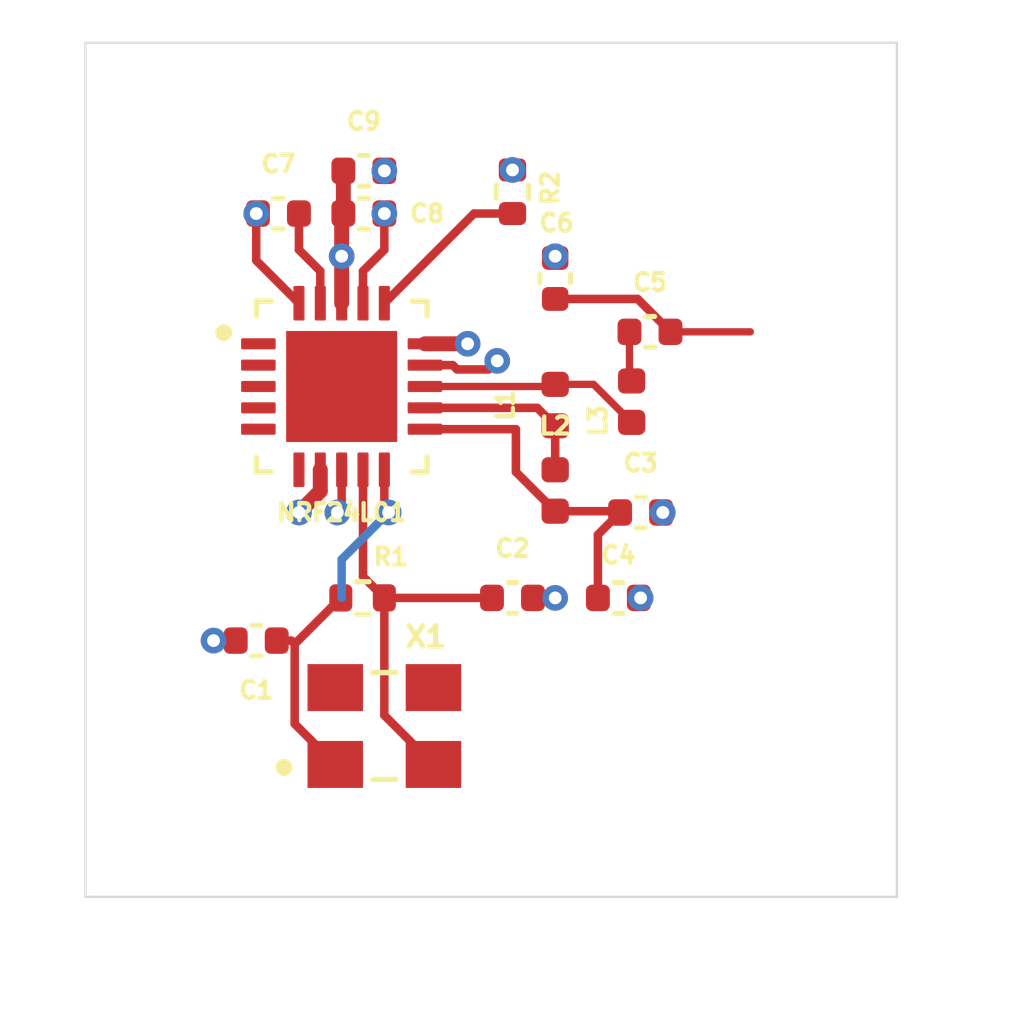
<source format=kicad_pcb>
(kicad_pcb (version 20240108) (generator "pcbnew") (generator_version "8.0")
  (layers (0 "F.Cu" signal) (1 "In1.Cu" power "Ground.Plane") (2 "In2.Cu" power "Power.Plane") (31 "B.Cu" signal) (34 "B.Paste" user) (35 "F.Paste" user) (36 "B.SilkS" user "B.Silkscreen") (37 "F.SilkS" user "F.Silkscreen") (38 "B.Mask" user) (39 "F.Mask" user) (44 "Edge.Cuts" user))
  (net 0 "")
  (net 1 "GND")
  (net 2 "Net-(C5-Pad2)")
  (net 3 "Net-(C5-Pad1)")
  (net 4 "+3.3V")
  (net 5 "Net-(NRF24L01-XC2)")
  (net 6 "Net-(NRF24L01-XC1)")
  (net 7 "Net-(NRF24L01-VDD-PA)")
  (net 8 "Net-(NRF24L01-DVDD)")
  (net 9 "Net-(NRF24L01-ANT1)")
  (net 10 "Net-(NRF24L01-ANT2)")
  (net 16 "Net-(NRF24L01-IREF)")
  (footprint "Resistor_SMD:R_0402_1005Metric" (layer "F.Cu") (at 135.49 118 180)
    (property "Reference" "R1" (at -0.66 0.96 0) (layer "F.SilkS") (effects (font (size 0.4 0.4) (thickness 0.1))))
    (property "Value" "1M")
    (fp_line (start -0.153641 0.38) (end 0.153641 0.38) (stroke (width 0.12)) (layer "F.SilkS"))
    (fp_line (start -0.153641 -0.38) (end 0.153641 -0.38) (stroke (width 0.12)) (layer "F.SilkS"))
    (pad "1" smd roundrect (at -0.51 0 180) (size 0.54 0.64) (layers "F.Cu" "F.Paste" "F.Mask") (net 6 "Net-(NRF24L01-XC1)"))
    (pad "2" smd roundrect (at 0.51 0 180) (size 0.54 0.64) (layers "F.Cu" "F.Paste" "F.Mask") (net 5 "Net-(NRF24L01-XC2)"))
  )
  (footprint "Resistor_SMD:R_0402_1005Metric" (layer "F.Cu") (at 139 108.49 -90)
    (property "Reference" "R2" (at -0.09 -0.88 90) (layer "F.SilkS") (effects (font (size 0.4 0.4) (thickness 0.1))))
    (property "Value" "22K")
    (fp_line (start -0.153641 0.38) (end 0.153641 0.38) (stroke (width 0.12)) (layer "F.SilkS"))
    (fp_line (start -0.153641 -0.38) (end 0.153641 -0.38) (stroke (width 0.12)) (layer "F.SilkS"))
    (pad "1" smd roundrect (at -0.51 0 270) (size 0.54 0.64) (layers "F.Cu" "F.Paste" "F.Mask") (net 1 "GND"))
    (pad "2" smd roundrect (at 0.51 0 270) (size 0.54 0.64) (layers "F.Cu" "F.Paste" "F.Mask") (net 16 "Net-(NRF24L01-IREF)"))
  )
  (footprint "Capacitor_SMD:C_0402_1005Metric" (layer "F.Cu") (at 142 116)
    (property "Reference" "C3" (at 0 -1.16 0) (layer "F.SilkS") (effects (font (size 0.4 0.4) (thickness 0.1))))
    (property "Value" "2.2nF")
    (fp_line (start -0.107836 -0.36) (end 0.107836 -0.36) (stroke (width 0.12)) (layer "F.SilkS"))
    (fp_line (start -0.107836 0.36) (end 0.107836 0.36) (stroke (width 0.12)) (layer "F.SilkS"))
    (pad "1" smd roundrect (at -0.48 0) (size 0.56 0.62) (layers "F.Cu" "F.Paste" "F.Mask") (net 7 "Net-(NRF24L01-VDD-PA)"))
    (pad "2" smd roundrect (at 0.48 0) (size 0.56 0.62) (layers "F.Cu" "F.Paste" "F.Mask") (net 1 "GND"))
  )
  (footprint "Capacitor_SMD:C_0402_1005Metric" (layer "F.Cu") (at 140 110.52 90)
    (property "Reference" "C6" (at 1.3 0.03 180) (layer "F.SilkS") (effects (font (size 0.4 0.4) (thickness 0.1))))
    (property "Value" "1.0pF")
    (fp_line (start -0.107836 -0.36) (end 0.107836 -0.36) (stroke (width 0.12)) (layer "F.SilkS"))
    (fp_line (start -0.107836 0.36) (end 0.107836 0.36) (stroke (width 0.12)) (layer "F.SilkS"))
    (pad "1" smd roundrect (at -0.48 0 90) (size 0.56 0.62) (layers "F.Cu" "F.Paste" "F.Mask") (net 2 "Net-(C5-Pad2)"))
    (pad "2" smd roundrect (at 0.48 0 90) (size 0.56 0.62) (layers "F.Cu" "F.Paste" "F.Mask") (net 1 "GND"))
  )
  (footprint "Capacitor_SMD:C_0402_1005Metric" (layer "F.Cu") (at 133.52 109)
    (property "Reference" "C7" (at 0 -1.16 0) (layer "F.SilkS") (effects (font (size 0.4 0.4) (thickness 0.1))))
    (property "Value" "33nF")
    (fp_line (start -0.107836 -0.36) (end 0.107836 -0.36) (stroke (width 0.12)) (layer "F.SilkS"))
    (fp_line (start -0.107836 0.36) (end 0.107836 0.36) (stroke (width 0.12)) (layer "F.SilkS"))
    (pad "1" smd roundrect (at -0.48 0) (size 0.56 0.62) (layers "F.Cu" "F.Paste" "F.Mask") (net 1 "GND"))
    (pad "2" smd roundrect (at 0.48 0) (size 0.56 0.62) (layers "F.Cu" "F.Paste" "F.Mask") (net 8 "Net-(NRF24L01-DVDD)"))
  )
  (footprint "Inductor_SMD:L_0402_1005Metric" (layer "F.Cu") (at 140 113.485 90)
    (property "Reference" "L1" (at 0 -1.17 90) (layer "F.SilkS") (effects (font (size 0.4 0.4) (thickness 0.1))))
    (property "Value" "8.2nH")
    (pad "1" smd roundrect (at -0.485 0 90) (size 0.59 0.64) (layers "F.Cu" "F.Paste" "F.Mask") (net 9 "Net-(NRF24L01-ANT1)"))
    (pad "2" smd roundrect (at 0.485 0 90) (size 0.59 0.64) (layers "F.Cu" "F.Paste" "F.Mask") (net 10 "Net-(NRF24L01-ANT2)"))
  )
  (footprint "Capacitor_SMD:C_0402_1005Metric" (layer "F.Cu") (at 139 118)
    (property "Reference" "C2" (at 0 -1.16 0) (layer "F.SilkS") (effects (font (size 0.4 0.4) (thickness 0.1))))
    (property "Value" "22pF")
    (fp_line (start -0.107836 -0.36) (end 0.107836 -0.36) (stroke (width 0.12)) (layer "F.SilkS"))
    (fp_line (start -0.107836 0.36) (end 0.107836 0.36) (stroke (width 0.12)) (layer "F.SilkS"))
    (pad "1" smd roundrect (at -0.48 0) (size 0.56 0.62) (layers "F.Cu" "F.Paste" "F.Mask") (net 6 "Net-(NRF24L01-XC1)"))
    (pad "2" smd roundrect (at 0.48 0) (size 0.56 0.62) (layers "F.Cu" "F.Paste" "F.Mask") (net 1 "GND"))
  )
  (footprint "nrf24l01_stuff:16 mhz 50 ppm crystal" (layer "F.Cu") (at 136 121)
    (property "Reference" "X1" (at 0.97 -2.09 0) (layer "F.SilkS") (effects (font (size 0.480987 0.480987))))
    (property "Value" "16 MHz")
    (fp_line (start -0.27 1.25) (end 0.27 1.25) (stroke (width 0.127)) (layer "F.SilkS"))
    (fp_line (start 0.27 -1.25) (end -0.27 -1.25) (stroke (width 0.127)) (layer "F.SilkS"))
    (fp_circle (center -2.35 0.97) (end -2.25 0.97) (stroke (width 0.2)) (fill none) (layer "F.SilkS"))
    (pad "1" smd rect (at -1.15 0.9) (size 1.3 1.1) (layers "F.Cu" "F.Paste" "F.Mask") (net 5 "Net-(NRF24L01-XC2)"))
    (pad "2" smd rect (at 1.15 0.9) (size 1.3 1.1) (layers "F.Cu" "F.Paste" "F.Mask") (net 6 "Net-(NRF24L01-XC1)"))
    (pad "3" smd rect (at 1.15 -0.9) (size 1.3 1.1) (layers "F.Cu" "F.Paste" "F.Mask"))
    (pad "4" smd rect (at -1.15 -0.9) (size 1.3 1.1) (layers "F.Cu" "F.Paste" "F.Mask"))
  )
  (footprint "nrf24l01_stuff:nrf24l01 chip" (layer "F.Cu") (at 135 113.05)
    (property "Reference" "NRF24L01" (at 0 2.95 0) (layer "F.SilkS") (effects (font (size 0.4 0.4) (thickness 0.1))))
    (property "Value" "~")
    (fp_line (start -2 -2) (end -2 -1.65) (stroke (width 0.127)) (layer "F.SilkS"))
    (fp_line (start -2 -2) (end -1.65 -2) (stroke (width 0.127)) (layer "F.SilkS"))
    (fp_line (start -2 2) (end -2 1.65) (stroke (width 0.127)) (layer "F.SilkS"))
    (fp_line (start -2 2) (end -1.65 2) (stroke (width 0.127)) (layer "F.SilkS"))
    (fp_line (start 2 -2) (end 1.65 -2) (stroke (width 0.127)) (layer "F.SilkS"))
    (fp_line (start 2 -2) (end 2 -1.65) (stroke (width 0.127)) (layer "F.SilkS"))
    (fp_line (start 2 2) (end 1.65 2) (stroke (width 0.127)) (layer "F.SilkS"))
    (fp_line (start 2 2) (end 2 1.65) (stroke (width 0.127)) (layer "F.SilkS"))
    (fp_circle (center -2.76 -1.26) (end -2.66 -1.26) (stroke (width 0.2)) (fill none) (layer "F.SilkS"))
    (pad "1" smd roundrect (at -1.95 -1) (size 0.81 0.26) (layers "F.Cu" "F.Paste" "F.Mask") (roundrect_rratio 0.125))
    (pad "2" smd roundrect (at -1.95 -0.5) (size 0.81 0.26) (layers "F.Cu" "F.Paste" "F.Mask") (roundrect_rratio 0.125))
    (pad "3" smd roundrect (at -1.95 0) (size 0.81 0.26) (layers "F.Cu" "F.Paste" "F.Mask") (roundrect_rratio 0.125))
    (pad "4" smd roundrect (at -1.95 0.5) (size 0.81 0.26) (layers "F.Cu" "F.Paste" "F.Mask") (roundrect_rratio 0.125))
    (pad "5" smd roundrect (at -1.95 1) (size 0.81 0.26) (layers "F.Cu" "F.Paste" "F.Mask") (roundrect_rratio 0.125))
    (pad "6" smd roundrect (at -1 1.95) (size 0.26 0.81) (layers "F.Cu" "F.Paste" "F.Mask") (roundrect_rratio 0.125))
    (pad "7" smd roundrect (at -0.5 1.95) (size 0.26 0.81) (layers "F.Cu" "F.Paste" "F.Mask") (roundrect_rratio 0.125) (net 4 "+3.3V"))
    (pad "8" smd roundrect (at 0 1.95) (size 0.26 0.81) (layers "F.Cu" "F.Paste" "F.Mask") (roundrect_rratio 0.125) (net 1 "GND"))
    (pad "9" smd roundrect (at 0.5 1.95) (size 0.26 0.81) (layers "F.Cu" "F.Paste" "F.Mask") (roundrect_rratio 0.125) (net 6 "Net-(NRF24L01-XC1)"))
    (pad "10" smd roundrect (at 1 1.95) (size 0.26 0.81) (layers "F.Cu" "F.Paste" "F.Mask") (roundrect_rratio 0.125) (net 5 "Net-(NRF24L01-XC2)"))
    (pad "11" smd roundrect (at 1.95 1) (size 0.81 0.26) (layers "F.Cu" "F.Paste" "F.Mask") (roundrect_rratio 0.125) (net 7 "Net-(NRF24L01-VDD-PA)"))
    (pad "12" smd roundrect (at 1.95 0.5) (size 0.81 0.26) (layers "F.Cu" "F.Paste" "F.Mask") (roundrect_rratio 0.125) (net 9 "Net-(NRF24L01-ANT1)"))
    (pad "13" smd roundrect (at 1.95 0) (size 0.81 0.26) (layers "F.Cu" "F.Paste" "F.Mask") (roundrect_rratio 0.125) (net 10 "Net-(NRF24L01-ANT2)"))
    (pad "14" smd roundrect (at 1.95 -0.5) (size 0.81 0.26) (layers "F.Cu" "F.Paste" "F.Mask") (roundrect_rratio 0.125) (net 1 "GND"))
    (pad "15" smd roundrect (at 1.95 -1) (size 0.81 0.26) (layers "F.Cu" "F.Paste" "F.Mask") (roundrect_rratio 0.125) (net 4 "+3.3V"))
    (pad "16" smd roundrect (at 1 -1.95) (size 0.26 0.81) (layers "F.Cu" "F.Paste" "F.Mask") (roundrect_rratio 0.125) (net 16 "Net-(NRF24L01-IREF)"))
    (pad "17" smd roundrect (at 0.5 -1.95) (size 0.26 0.81) (layers "F.Cu" "F.Paste" "F.Mask") (roundrect_rratio 0.125) (net 1 "GND"))
    (pad "18" smd roundrect (at 0 -1.95) (size 0.26 0.81) (layers "F.Cu" "F.Paste" "F.Mask") (roundrect_rratio 0.125) (net 4 "+3.3V"))
    (pad "19" smd roundrect (at -0.5 -1.95) (size 0.26 0.81) (layers "F.Cu" "F.Paste" "F.Mask") (roundrect_rratio 0.125) (net 8 "Net-(NRF24L01-DVDD)"))
    (pad "20" smd roundrect (at -1 -1.95) (size 0.26 0.81) (layers "F.Cu" "F.Paste" "F.Mask") (roundrect_rratio 0.125) (net 1 "GND"))
    (pad "21" smd rect (at 0 0) (size 2.6 2.6) (layers "F.Cu" "F.Mask"))
  )
  (footprint "Capacitor_SMD:C_0402_1005Metric" (layer "F.Cu") (at 141.48 118)
    (property "Reference" "C4" (at 0 -1 0) (layer "F.SilkS") (effects (font (size 0.4 0.4) (thickness 0.1))))
    (property "Value" "4.7pF")
    (fp_line (start -0.107836 -0.36) (end 0.107836 -0.36) (stroke (width 0.12)) (layer "F.SilkS"))
    (fp_line (start -0.107836 0.36) (end 0.107836 0.36) (stroke (width 0.12)) (layer "F.SilkS"))
    (pad "1" smd roundrect (at -0.48 0) (size 0.56 0.62) (layers "F.Cu" "F.Paste" "F.Mask") (net 7 "Net-(NRF24L01-VDD-PA)"))
    (pad "2" smd roundrect (at 0.48 0) (size 0.56 0.62) (layers "F.Cu" "F.Paste" "F.Mask") (net 1 "GND"))
  )
  (footprint "Inductor_SMD:L_0402_1005Metric" (layer "F.Cu") (at 141.79 113.405 90)
    (property "Reference" "L3" (at -0.445 -0.79 90) (layer "F.SilkS") (effects (font (size 0.4 0.4) (thickness 0.1))))
    (property "Value" "3.9nH")
    (pad "1" smd roundrect (at -0.485 0 90) (size 0.59 0.64) (layers "F.Cu" "F.Paste" "F.Mask") (net 10 "Net-(NRF24L01-ANT2)"))
    (pad "2" smd roundrect (at 0.485 0 90) (size 0.59 0.64) (layers "F.Cu" "F.Paste" "F.Mask") (net 3 "Net-(C5-Pad1)"))
  )
  (footprint "Capacitor_SMD:C_0402_1005Metric" (layer "F.Cu") (at 135.52 109)
    (property "Reference" "C8" (at 1.48 0 0) (layer "F.SilkS") (effects (font (size 0.4 0.4) (thickness 0.1))))
    (property "Value" "1nF")
    (fp_line (start -0.107836 -0.36) (end 0.107836 -0.36) (stroke (width 0.12)) (layer "F.SilkS"))
    (fp_line (start -0.107836 0.36) (end 0.107836 0.36) (stroke (width 0.12)) (layer "F.SilkS"))
    (pad "1" smd roundrect (at -0.48 0) (size 0.56 0.62) (layers "F.Cu" "F.Paste" "F.Mask") (net 4 "+3.3V"))
    (pad "2" smd roundrect (at 0.48 0) (size 0.56 0.62) (layers "F.Cu" "F.Paste" "F.Mask") (net 1 "GND"))
  )
  (footprint "Capacitor_SMD:C_0402_1005Metric" (layer "F.Cu") (at 142.22 111.77)
    (property "Reference" "C5" (at 0 -1.16 0) (layer "F.SilkS") (effects (font (size 0.4 0.4) (thickness 0.1))))
    (property "Value" "1.5pF")
    (fp_line (start -0.107836 -0.36) (end 0.107836 -0.36) (stroke (width 0.12)) (layer "F.SilkS"))
    (fp_line (start -0.107836 0.36) (end 0.107836 0.36) (stroke (width 0.12)) (layer "F.SilkS"))
    (pad "1" smd roundrect (at -0.48 0) (size 0.56 0.62) (layers "F.Cu" "F.Paste" "F.Mask") (net 3 "Net-(C5-Pad1)"))
    (pad "2" smd roundrect (at 0.48 0) (size 0.56 0.62) (layers "F.Cu" "F.Paste" "F.Mask") (net 2 "Net-(C5-Pad2)"))
  )
  (footprint "Inductor_SMD:L_0402_1005Metric" (layer "F.Cu") (at 140 115.485 -90)
    (property "Reference" "L2" (at -1.515 0 0) (layer "F.SilkS") (effects (font (size 0.4 0.4) (thickness 0.1))))
    (property "Value" "2.7nH")
    (pad "1" smd roundrect (at -0.485 0 270) (size 0.59 0.64) (layers "F.Cu" "F.Paste" "F.Mask") (net 9 "Net-(NRF24L01-ANT1)"))
    (pad "2" smd roundrect (at 0.485 0 270) (size 0.59 0.64) (layers "F.Cu" "F.Paste" "F.Mask") (net 7 "Net-(NRF24L01-VDD-PA)"))
  )
  (footprint "Capacitor_SMD:C_0402_1005Metric" (layer "F.Cu") (at 133 119 180)
    (property "Reference" "C1" (at 0 -1.16 0) (layer "F.SilkS") (effects (font (size 0.4 0.4) (thickness 0.1))))
    (property "Value" "22pF")
    (fp_line (start -0.107836 0.36) (end 0.107836 0.36) (stroke (width 0.12)) (layer "F.SilkS"))
    (fp_line (start -0.107836 -0.36) (end 0.107836 -0.36) (stroke (width 0.12)) (layer "F.SilkS"))
    (pad "1" smd roundrect (at -0.48 0 180) (size 0.56 0.62) (layers "F.Cu" "F.Paste" "F.Mask") (net 5 "Net-(NRF24L01-XC2)"))
    (pad "2" smd roundrect (at 0.48 0 180) (size 0.56 0.62) (layers "F.Cu" "F.Paste" "F.Mask") (net 1 "GND"))
  )
  (footprint "Capacitor_SMD:C_0402_1005Metric" (layer "F.Cu") (at 135.52 108)
    (property "Reference" "C9" (at 0 -1.16 0) (layer "F.SilkS") (effects (font (size 0.4 0.4) (thickness 0.1))))
    (property "Value" "10nF")
    (fp_line (start -0.107836 -0.36) (end 0.107836 -0.36) (stroke (width 0.12)) (layer "F.SilkS"))
    (fp_line (start -0.107836 0.36) (end 0.107836 0.36) (stroke (width 0.12)) (layer "F.SilkS"))
    (pad "1" smd roundrect (at -0.48 0) (size 0.56 0.62) (layers "F.Cu" "F.Paste" "F.Mask") (net 4 "+3.3V"))
    (pad "2" smd roundrect (at 0.48 0) (size 0.56 0.62) (layers "F.Cu" "F.Paste" "F.Mask") (net 1 "GND"))
  )
  (gr_line (start 129 125) (end 129 105) (stroke (width 0.05)) (layer "Edge.Cuts"))
  (gr_line (start 148 105) (end 148 125) (stroke (width 0.05)) (layer "Edge.Cuts"))
  (gr_line (start 129 105) (end 148 105) (stroke (width 0.05)) (layer "Edge.Cuts"))
  (gr_line (start 148 125) (end 129 125) (stroke (width 0.05)) (layer "Edge.Cuts"))
  (segment (start 136.95 112.55) (end 137.601471 112.55) (width 0.2) (layer "F.Cu") (net 1))
  (segment (start 133.04 109) (end 133 109) (width 0.2) (layer "F.Cu") (net 1))
  (segment (start 136 109.848529) (end 136 109) (width 0.2) (layer "F.Cu") (net 1))
  (segment (start 137.701471 112.65) (end 138.442822 112.65) (width 0.2) (layer "F.Cu") (net 1))
  (segment (start 135.5 111.1) (end 135.5 110.348529) (width 0.2) (layer "F.Cu") (net 1))
  (segment (start 133 110.1) (end 133 109) (width 0.2) (layer "F.Cu") (net 1))
  (segment (start 142.49 115.97) (end 142.52 116) (width 0.2) (layer "F.Cu") (net 1))
  (segment (start 134 111.1) (end 133 110.1) (width 0.2) (layer "F.Cu") (net 1))
  (segment (start 135.5 110.348529) (end 136 109.848529) (width 0.2) (layer "F.Cu") (net 1))
  (segment (start 142.48 116) (end 142.52 116) (width 0.2) (layer "F.Cu") (net 1))
  (segment (start 135 116) (end 134.9 116) (width 0.2) (layer "F.Cu") (net 1))
  (segment (start 135 115) (end 135 116) (width 0.2) (layer "F.Cu") (net 1))
  (segment (start 137.601471 112.55) (end 137.701471 112.65) (width 0.2) (layer "F.Cu") (net 1))
  (segment (start 138.442822 112.65) (end 138.642822 112.45) (width 0.2) (layer "F.Cu") (net 1))
  (via (at 139 107.98) (size 0.6) (drill 0.3) (layers "F.Cu" "B.Cu") (net 1))
  (via (at 133 109) (size 0.6) (drill 0.3) (layers "F.Cu" "B.Cu") (net 1))
  (via (at 142.52 116) (size 0.6) (drill 0.3) (layers "F.Cu" "B.Cu") (net 1))
  (via (at 138.642822 112.45) (size 0.6) (drill 0.3) (layers "F.Cu" "B.Cu") (net 1))
  (via (at 136 108) (size 0.6) (drill 0.3) (layers "F.Cu" "B.Cu") (net 1))
  (via (at 136 109) (size 0.6) (drill 0.3) (layers "F.Cu" "B.Cu") (net 1))
  (via (at 140 118) (size 0.6) (drill 0.3) (layers "F.Cu" "B.Cu") (net 1))
  (via (at 134.9 116) (size 0.6) (drill 0.3) (layers "F.Cu" "B.Cu") (net 1))
  (via (at 140 110) (size 0.6) (drill 0.3) (layers "F.Cu" "B.Cu") (net 1))
  (via (at 132 119) (size 0.6) (drill 0.3) (layers "F.Cu" "B.Cu") (net 1))
  (via (at 142 118) (size 0.6) (drill 0.3) (layers "F.Cu" "B.Cu") (net 1))
  (segment (start 142.7 111.77) (end 144.57 111.77) (width 0.1709) (layer "F.Cu") (net 2))
  (segment (start 140 111) (end 141.93 111) (width 0.2) (layer "F.Cu") (net 2))
  (segment (start 141.93 111) (end 142.7 111.77) (width 0.2) (layer "F.Cu") (net 2))
  (segment (start 141.74 112.87) (end 141.79 112.92) (width 0.35) (layer "F.Cu") (net 3))
  (segment (start 141.74 111.77) (end 141.74 112.87) (width 0.1709) (layer "F.Cu") (net 3))
  (segment (start 135 111.1) (end 135 110) (width 0.35) (layer "F.Cu") (net 4))
  (segment (start 134.5 115) (end 134.5 115.5) (width 0.35) (layer "F.Cu") (net 4))
  (segment (start 138 112) (end 137.95 112.05) (width 0.2) (layer "F.Cu") (net 4))
  (segment (start 135 109.04) (end 135.04 109) (width 0.2) (layer "F.Cu") (net 4))
  (segment (start 135 110) (end 135 109.04) (width 0.35) (layer "F.Cu") (net 4))
  (segment (start 135.04 109) (end 135.04 108) (width 0.35) (layer "F.Cu") (net 4))
  (segment (start 136.95 112.05) (end 137.95 112.05) (width 0.35) (layer "F.Cu") (net 4))
  (segment (start 134.5 115.5) (end 134 116) (width 0.35) (layer "F.Cu") (net 4))
  (via (at 134 116) (size 0.6) (drill 0.3) (layers "F.Cu" "B.Cu") (net 4))
  (via (at 135 110) (size 0.6) (drill 0.3) (layers "F.Cu" "B.Cu") (net 4))
  (via (at 137.95 112.05) (size 0.6) (drill 0.3) (layers "F.Cu" "B.Cu") (net 4))
  (segment (start 136 115) (end 136 115.9) (width 0.2) (layer "F.Cu") (net 5))
  (segment (start 133.48 119) (end 133.82 119) (width 0.2) (layer "F.Cu") (net 5))
  (segment (start 133.9 120.95) (end 134.85 121.9) (width 0.2) (layer "F.Cu") (net 5))
  (segment (start 133.9 119.08) (end 133.9 120.95) (width 0.2) (layer "F.Cu") (net 5))
  (segment (start 133.82 119) (end 133.9 119.08) (width 0.2) (layer "F.Cu") (net 5))
  (segment (start 133.98 119) (end 134.98 118) (width 0.2) (layer "F.Cu") (net 5))
  (segment (start 133.98 119) (end 133.9 119.08) (width 0.2) (layer "F.Cu") (net 5))
  (segment (start 136 115.9) (end 136.1 116) (width 0.2) (layer "F.Cu") (net 5))
  (via (at 136.1 116) (size 0.6) (drill 0.3) (layers "F.Cu" "B.Cu") (net 5))
  (segment (start 136.1 116) (end 135 117.1) (width 0.2) (layer "B.Cu") (net 5))
  (segment (start 135 117.1) (end 135 118) (width 0.2) (layer "B.Cu") (net 5))
  (segment (start 135.5 117.5) (end 136 118) (width 0.2) (layer "F.Cu") (net 6))
  (segment (start 136 118) (end 136 120.75) (width 0.2) (layer "F.Cu") (net 6))
  (segment (start 135.5 115) (end 135.5 117.5) (width 0.2) (layer "F.Cu") (net 6))
  (segment (start 136 118) (end 138.52 118) (width 0.2) (layer "F.Cu") (net 6))
  (segment (start 136 120.75) (end 137.15 121.9) (width 0.2) (layer "F.Cu") (net 6))
  (segment (start 139.08 115.05) (end 140 115.97) (width 0.2) (layer "F.Cu") (net 7))
  (segment (start 141 116.52) (end 141.52 116) (width 0.2) (layer "F.Cu") (net 7))
  (segment (start 140 115.97) (end 141.49 115.97) (width 0.2) (layer "F.Cu") (net 7))
  (segment (start 139.08 114.05) (end 139.08 115.05) (width 0.2) (layer "F.Cu") (net 7))
  (segment (start 136.95 114.05) (end 139.08 114.05) (width 0.2) (layer "F.Cu") (net 7))
  (segment (start 141.49 115.97) (end 141.52 116) (width 0.2) (layer "F.Cu") (net 7))
  (segment (start 141 118) (end 141 116.52) (width 0.2) (layer "F.Cu") (net 7))
  (segment (start 134 109.848529) (end 134 109) (width 0.2) (layer "F.Cu") (net 8))
  (segment (start 134.5 110.348529) (end 134 109.848529) (width 0.2) (layer "F.Cu") (net 8))
  (segment (start 134.5 111.1) (end 134.5 110.348529) (width 0.2) (layer "F.Cu") (net 8))
  (segment (start 140 113.97) (end 140 114) (width 0.2) (layer "F.Cu") (net 9))
  (segment (start 140 113.97) (end 140 115) (width 0.2) (layer "F.Cu") (net 9))
  (segment (start 136.95 113.55) (end 139.58 113.55) (width 0.2) (layer "F.Cu") (net 9))
  (segment (start 139.58 113.55) (end 140 113.97) (width 0.2) (layer "F.Cu") (net 9))
  (segment (start 139.95 113.05) (end 140 113) (width 0.2) (layer "F.Cu") (net 10))
  (segment (start 140 113) (end 140.9 113) (width 0.1709) (layer "F.Cu") (net 10))
  (segment (start 140.9 113) (end 141.79 113.89) (width 0.1709) (layer "F.Cu") (net 10))
  (segment (start 136.95 113.05) (end 139.95 113.05) (width 0.1709) (layer "F.Cu") (net 10))
  (segment (start 136 111.1) (end 138.1 109) (width 0.2) (layer "F.Cu") (net 16))
  (segment (start 138.1 109) (end 139 109) (width 0.2) (layer "F.Cu") (net 16))
)
</source>
